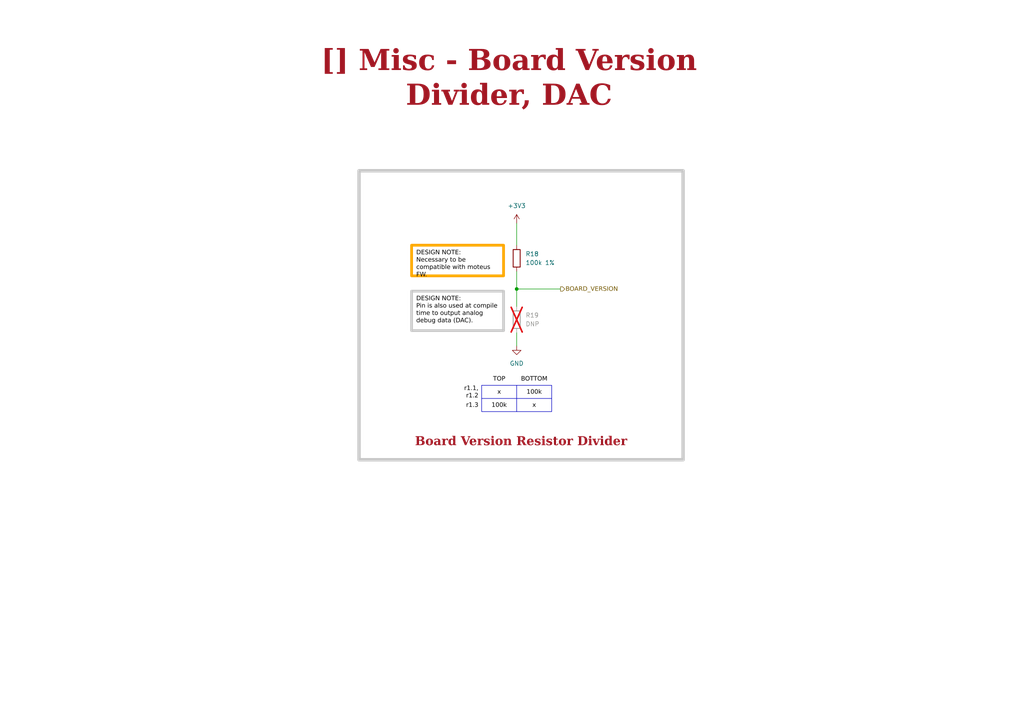
<source format=kicad_sch>
(kicad_sch (version 20230121) (generator eeschema)
  (paper "A4")
  (title_block (title "Misc - Board Version Divider, DAC") (date "2023-10-14") (rev "${REVISION}") (company "${COMPANY}"))
  (lib_symbols
    (symbol "Device:R" (pin_numbers hide) (pin_names (offset 0))
      (property "Reference" "R" (at 2.032 0 90))
      (property "Value" "R" (at 0 0 90))
      (symbol "R_0_1"
        (rectangle (start -1.016 -2.54) (end 1.016 2.54) (stroke (width 0.254)))
      )
      (symbol "R_1_1"
        (pin passive line (at 0 3.81 270) (length 1.27) (name "~") (number "1"))
        (pin passive line (at 0 -3.81 90) (length 1.27) (name "~") (number "2"))
      )
    )
    (symbol "power:+3V3" (power) (pin_names (offset 0))
      (property "Value" "+3V3" (at 0 3.556 0))
      (symbol "+3V3_0_1"
        (polyline (pts (xy -0.762 1.27) (xy 0 2.54)))
        (polyline (pts (xy 0 0) (xy 0 2.54)))
        (polyline (pts (xy 0 2.54) (xy 0.762 1.27)))
      )
      (symbol "+3V3_1_1"
        (pin power_in line (at 0 0 90) (length 0) hide (name "+3V3") (number "1"))
      )
    )
    (symbol "power:GND" (power) (pin_names (offset 0))
      (property "Value" "GND" (at 0 -3.81 0))
      (symbol "GND_0_1"
        (polyline (pts (xy 0 0) (xy 0 -1.27) (xy 1.27 -1.27) (xy 0 -2.54) (xy -1.27 -1.27) (xy 0 -1.27)))
      )
      (symbol "GND_1_1"
        (pin power_in line (at 0 0 270) (length 0) hide (name "GND") (number "1"))
      )
    )
  )
  (junction (at 149.86 83.82))
  (wire (pts (xy 149.86 83.82) (xy 149.86 78.74)))
  (polyline (pts (xy 149.86 111.76) (xy 149.86 119.38)))
  (wire (pts (xy 149.86 83.82) (xy 149.86 88.9)))
  (wire (pts (xy 162.56 83.82) (xy 149.86 83.82)))
  (wire (pts (xy 149.86 64.77) (xy 149.86 71.12)))
  (polyline (pts (xy 139.7 115.57) (xy 160.02 115.57)))
  (wire (pts (xy 149.86 100.33) (xy 149.86 96.52)))
  (rectangle (start 104.14 49.53) (end 198.12 133.35) (stroke (width 1) (color 200 200 200 1)))
  (rectangle (start 139.7 111.76) (end 160.02 119.38))
  (text_box "100k" (at 149.86 111.76 0) (size 10.16 3.81) (stroke (width -0.0001)) (effects (font (size 1.27 1.27))))
  (text_box "DESIGN NOTE:\nNecessary to be compatible with moteus FW." (at 119.38 71.12 0) (size 26.67 8.89) (stroke (width 0.8) (color 255 165 0 1)) (effects (font (size 1.27 1.27)) (justify left top)))
  (text_box "BOTTOM" (at 149.86 107.95 0) (size 10.16 3.81) (stroke (width -0.0001)) (effects (font (size 1.27 1.27))))
  (text_box "x" (at 139.7 111.76 0) (size 10.16 3.81) (stroke (width -0.0001)) (effects (font (size 1.27 1.27))))
  (text_box "[${#}] ${TITLE}" (at 69.215 16.51 0) (size 156.845 12.7) (stroke (width -0.0001)) (effects (font (size 6 6) (thickness 1.2) bold)))
  (text_box "r1.3" (at 129.54 115.57 0) (size 10.16 3.81) (stroke (width -0.0001)) (effects (font (size 1.27 1.27)) (justify right)))
  (text_box "DESIGN NOTE:\nPin is also used at compile time to output analog debug data (DAC)." (at 119.38 84.455 0) (size 26.67 11.43) (stroke (width 0.8) (color 200 200 200 1)) (effects (font (size 1.27 1.27)) (justify left top)))
  (text_box "100k" (at 139.7 115.57 0) (size 10.16 3.81) (stroke (width -0.0001)) (effects (font (size 1.27 1.27))))
  (text_box "TOP" (at 139.7 107.95 0) (size 10.16 3.81) (stroke (width -0.0001)) (effects (font (size 1.27 1.27))))
  (text_box "x" (at 149.86 115.57 0) (size 10.16 3.81) (stroke (width -0.0001)) (effects (font (size 1.27 1.27))))
  (text_box "Board Version Resistor Divider" (at 105.41 121.92 0) (size 91.44 9.525) (stroke (width -0.0001)) (effects (font (size 2.54 2.54) (thickness 0.508) bold) (justify bottom)))
  (text_box "r1.1, r1.2" (at 129.54 111.76 0) (size 10.16 3.81) (stroke (width -0.0001)) (effects (font (size 1.27 1.27)) (justify right)))
  (hierarchical_label "BOARD_VERSION" (shape output) (at 162.56 83.82 0))
  (symbol (lib_id "Device:R") (at 149.86 92.71 0) (unit 1) (in_bom no) (dnp yes)
    (property "Reference" "R19" (at 152.4 91.44 0) (effects (justify left)))
    (property "Value" "DNP" (at 152.4 93.98 0) (effects (justify left)))
    (property "Footprint" "0_resistor_smd:R_0402_1005_DensityHigh" (effects hide))
  )
  (symbol (lib_id "power:+3V3") (at 149.86 64.77 0) (unit 1)
    (property "Reference" "#PWR037" (effects hide))
    (property "Value" "+3V3" (at 149.86 59.69 0))
  )
  (symbol (lib_id "power:GND") (at 149.86 100.33 0) (unit 1)
    (property "Reference" "#PWR038" (effects hide))
    (property "Value" "GND" (at 149.86 105.41 0))
  )
  (symbol (lib_id "Device:R") (at 149.86 74.93 0) (unit 1)
    (property "Reference" "R18" (at 152.4 73.66 0) (effects (justify left)))
    (property "Value" "100k 1%" (at 152.4 76.2 0) (effects (justify left)))
    (property "Footprint" "0_resistor_smd:R_0402_1005_DensityHigh" (effects hide))
  )
)
</source>
